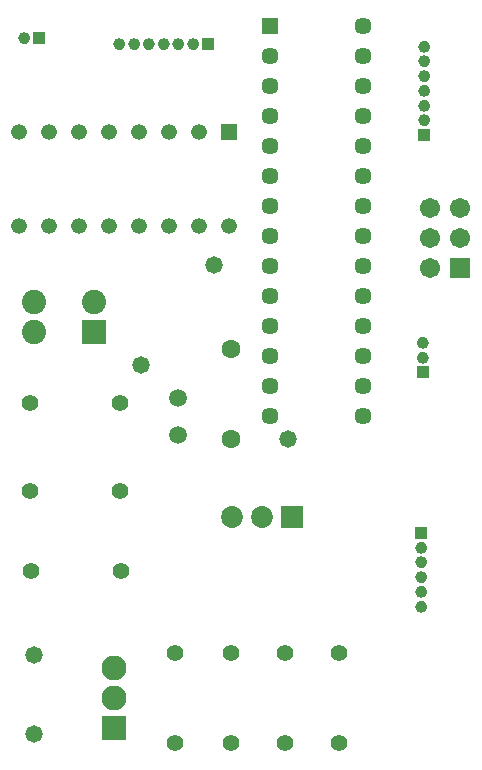
<source format=gbs>
G04*
G04 #@! TF.GenerationSoftware,Altium Limited,Altium Designer,22.3.1 (43)*
G04*
G04 Layer_Color=16711935*
%FSLAX25Y25*%
%MOIN*%
G70*
G04*
G04 #@! TF.SameCoordinates,1C7FBABB-5D2B-4B54-8B73-D7DE824473AF*
G04*
G04*
G04 #@! TF.FilePolarity,Negative*
G04*
G01*
G75*
%ADD16C,0.05721*%
%ADD17R,0.05721X0.05721*%
%ADD18C,0.03947*%
%ADD19R,0.03947X0.03947*%
%ADD20C,0.05918*%
%ADD21R,0.07300X0.07300*%
%ADD22C,0.07300*%
%ADD23R,0.08320X0.08320*%
%ADD24C,0.08320*%
%ADD25C,0.05249*%
%ADD26R,0.05249X0.05249*%
%ADD27R,0.08083X0.08083*%
%ADD28C,0.08083*%
%ADD29C,0.06312*%
%ADD30R,0.03947X0.03947*%
%ADD31C,0.06706*%
%ADD32R,0.06706X0.06706*%
%ADD33C,0.05524*%
%ADD34C,0.05800*%
%ADD55C,0.01973*%
G36*
X147473Y89158D02*
Y85212D01*
X143527D01*
Y89158D01*
X147473D01*
D02*
G37*
G36*
X147973Y142631D02*
Y138684D01*
X144027D01*
Y142631D01*
X147973D01*
D02*
G37*
G36*
X16027Y253973D02*
X19973D01*
Y250027D01*
X16027D01*
Y253973D01*
D02*
G37*
G36*
X72369Y251973D02*
X76316D01*
Y248027D01*
X72369D01*
Y251973D01*
D02*
G37*
G36*
X148473Y221709D02*
Y217763D01*
X144527D01*
Y221709D01*
X148473D01*
D02*
G37*
D16*
X126000Y256000D02*
D03*
Y246000D02*
D03*
Y236000D02*
D03*
Y226000D02*
D03*
Y216000D02*
D03*
Y206000D02*
D03*
Y196000D02*
D03*
Y186000D02*
D03*
Y176000D02*
D03*
Y166000D02*
D03*
Y156000D02*
D03*
Y146000D02*
D03*
Y136000D02*
D03*
Y126000D02*
D03*
X95000D02*
D03*
Y136000D02*
D03*
Y146000D02*
D03*
Y156000D02*
D03*
Y166000D02*
D03*
Y176000D02*
D03*
Y186000D02*
D03*
Y196000D02*
D03*
Y206000D02*
D03*
Y216000D02*
D03*
Y226000D02*
D03*
Y236000D02*
D03*
Y246000D02*
D03*
D17*
Y256000D02*
D03*
D18*
X145500Y62579D02*
D03*
Y67500D02*
D03*
Y72421D02*
D03*
Y77342D02*
D03*
Y82264D02*
D03*
X146500Y249264D02*
D03*
Y244342D02*
D03*
Y239421D02*
D03*
Y234500D02*
D03*
Y229579D02*
D03*
Y224658D02*
D03*
X13079Y252000D02*
D03*
X146000Y150500D02*
D03*
Y145579D02*
D03*
X44815Y250000D02*
D03*
X49736D02*
D03*
X54658D02*
D03*
X59579D02*
D03*
X64500D02*
D03*
X69421D02*
D03*
D19*
X145500Y87185D02*
D03*
X146500Y219736D02*
D03*
X146000Y140657D02*
D03*
D20*
X64500Y119898D02*
D03*
Y132102D02*
D03*
D21*
X102500Y92500D02*
D03*
D22*
X92500D02*
D03*
X82500D02*
D03*
D23*
X43000Y21961D02*
D03*
D24*
Y32000D02*
D03*
Y42039D02*
D03*
D25*
X81500Y189370D02*
D03*
X71500D02*
D03*
X61500D02*
D03*
X51500D02*
D03*
X41500D02*
D03*
X31500D02*
D03*
X21500D02*
D03*
X11500D02*
D03*
Y220630D02*
D03*
X21500D02*
D03*
X31500D02*
D03*
X41500D02*
D03*
X51500D02*
D03*
X61500D02*
D03*
X71500D02*
D03*
D26*
X81500D02*
D03*
D27*
X36500Y154000D02*
D03*
D28*
X16500D02*
D03*
Y164000D02*
D03*
X36500D02*
D03*
D29*
X82000Y118500D02*
D03*
Y148500D02*
D03*
D30*
X18000Y252000D02*
D03*
X74343Y250000D02*
D03*
D31*
X148500Y195500D02*
D03*
Y185500D02*
D03*
Y175500D02*
D03*
X158500Y195500D02*
D03*
Y185500D02*
D03*
D32*
Y175500D02*
D03*
D33*
X63500Y17000D02*
D03*
Y47000D02*
D03*
X45000Y130500D02*
D03*
X15000D02*
D03*
X45000Y101000D02*
D03*
X15000D02*
D03*
X100000Y47000D02*
D03*
Y17000D02*
D03*
X45500Y74500D02*
D03*
X15500D02*
D03*
X82000Y47000D02*
D03*
Y17000D02*
D03*
X118000D02*
D03*
Y47000D02*
D03*
D34*
X101137Y118500D02*
D03*
X52000Y143000D02*
D03*
X76500Y176500D02*
D03*
X16500Y20000D02*
D03*
Y46500D02*
D03*
D55*
X146487Y62579D02*
X145993Y63433D01*
X145007D01*
X144513Y62579D01*
X145007Y61724D01*
X145993D01*
X146487Y62579D01*
Y67500D02*
X145993Y68354D01*
X145007D01*
X144513Y67500D01*
X145007Y66646D01*
X145993D01*
X146487Y67500D01*
Y72421D02*
X145993Y73276D01*
X145007D01*
X144513Y72421D01*
X145007Y71567D01*
X145993D01*
X146487Y72421D01*
Y77342D02*
X145993Y78197D01*
X145007D01*
X144513Y77342D01*
X145007Y76488D01*
X145993D01*
X146487Y77342D01*
Y82264D02*
X145993Y83118D01*
X145007D01*
X144513Y82264D01*
X145007Y81409D01*
X145993D01*
X146487Y82264D01*
X147487Y249264D02*
X146993Y250118D01*
X146007D01*
X145513Y249264D01*
X146007Y248409D01*
X146993D01*
X147487Y249264D01*
Y244342D02*
X146993Y245197D01*
X146007D01*
X145513Y244342D01*
X146007Y243488D01*
X146993D01*
X147487Y244342D01*
Y239421D02*
X146993Y240276D01*
X146007D01*
X145513Y239421D01*
X146007Y238567D01*
X146993D01*
X147487Y239421D01*
Y234500D02*
X146993Y235354D01*
X146007D01*
X145513Y234500D01*
X146007Y233646D01*
X146993D01*
X147487Y234500D01*
Y229579D02*
X146993Y230433D01*
X146007D01*
X145513Y229579D01*
X146007Y228724D01*
X146993D01*
X147487Y229579D01*
Y224658D02*
X146993Y225512D01*
X146007D01*
X145513Y224658D01*
X146007Y223803D01*
X146993D01*
X147487Y224658D01*
X14065Y252000D02*
X13572Y252854D01*
X12585D01*
X12092Y252000D01*
X12585Y251146D01*
X13572D01*
X14065Y252000D01*
X146987Y150500D02*
X146493Y151354D01*
X145507D01*
X145013Y150500D01*
X145507Y149646D01*
X146493D01*
X146987Y150500D01*
Y145579D02*
X146493Y146433D01*
X145507D01*
X145013Y145579D01*
X145507Y144724D01*
X146493D01*
X146987Y145579D01*
X45802Y250000D02*
X45308Y250854D01*
X44322D01*
X43828Y250000D01*
X44322Y249146D01*
X45308D01*
X45802Y250000D01*
X50723D02*
X50230Y250854D01*
X49243D01*
X48750Y250000D01*
X49243Y249146D01*
X50230D01*
X50723Y250000D01*
X55644D02*
X55151Y250854D01*
X54164D01*
X53671Y250000D01*
X54164Y249146D01*
X55151D01*
X55644Y250000D01*
X60565D02*
X60072Y250854D01*
X59085D01*
X58592Y250000D01*
X59085Y249146D01*
X60072D01*
X60565Y250000D01*
X65487D02*
X64993Y250854D01*
X64007D01*
X63513Y250000D01*
X64007Y249146D01*
X64993D01*
X65487Y250000D01*
X70408D02*
X69915Y250854D01*
X68928D01*
X68435Y250000D01*
X68928Y249146D01*
X69915D01*
X70408Y250000D01*
M02*

</source>
